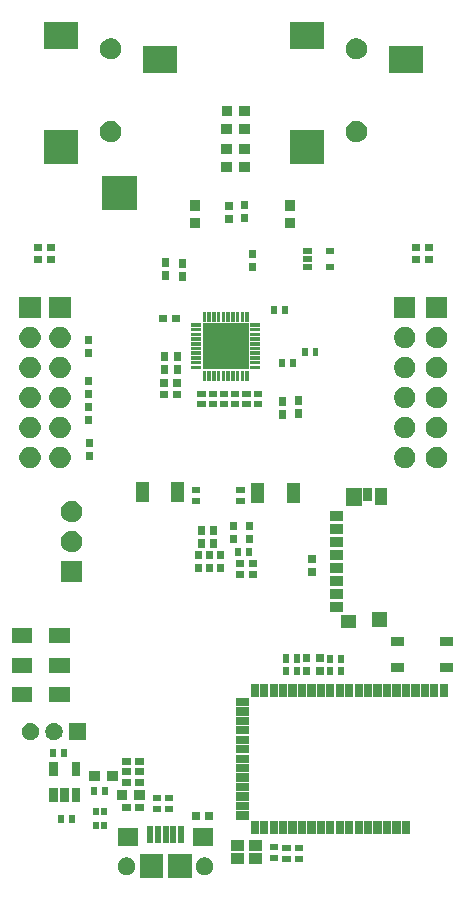
<source format=gbr>
G04 #@! TF.GenerationSoftware,KiCad,Pcbnew,(5.1.5)-3*
G04 #@! TF.CreationDate,2020-08-10T10:15:20+05:30*
G04 #@! TF.ProjectId,D_Tympan_DFMI_1.0,445f5479-6d70-4616-9e5f-44464d495f31,rev?*
G04 #@! TF.SameCoordinates,Original*
G04 #@! TF.FileFunction,Soldermask,Top*
G04 #@! TF.FilePolarity,Negative*
%FSLAX46Y46*%
G04 Gerber Fmt 4.6, Leading zero omitted, Abs format (unit mm)*
G04 Created by KiCad (PCBNEW (5.1.5)-3) date 2020-08-10 10:15:20*
%MOMM*%
%LPD*%
G04 APERTURE LIST*
%ADD10C,0.100000*%
G04 APERTURE END LIST*
D10*
G36*
X130300000Y-120080000D02*
G01*
X128300000Y-120080000D01*
X128300000Y-118080000D01*
X130300000Y-118080000D01*
X130300000Y-120080000D01*
G37*
G36*
X127900000Y-120080000D02*
G01*
X125900000Y-120080000D01*
X125900000Y-118080000D01*
X127900000Y-118080000D01*
X127900000Y-120080000D01*
G37*
G36*
X125018767Y-118358822D02*
G01*
X125155258Y-118415359D01*
X125236967Y-118469955D01*
X125278099Y-118497438D01*
X125382562Y-118601901D01*
X125410045Y-118643033D01*
X125464641Y-118724742D01*
X125521178Y-118861233D01*
X125550000Y-119006131D01*
X125550000Y-119153869D01*
X125521178Y-119298767D01*
X125464641Y-119435258D01*
X125410045Y-119516967D01*
X125382562Y-119558099D01*
X125278099Y-119662562D01*
X125236967Y-119690045D01*
X125155258Y-119744641D01*
X125018767Y-119801178D01*
X124873869Y-119830000D01*
X124726131Y-119830000D01*
X124581233Y-119801178D01*
X124444742Y-119744641D01*
X124363033Y-119690045D01*
X124321901Y-119662562D01*
X124217438Y-119558099D01*
X124189955Y-119516967D01*
X124135359Y-119435258D01*
X124078822Y-119298767D01*
X124050000Y-119153869D01*
X124050000Y-119006131D01*
X124078822Y-118861233D01*
X124135359Y-118724742D01*
X124189955Y-118643033D01*
X124217438Y-118601901D01*
X124321901Y-118497438D01*
X124363033Y-118469955D01*
X124444742Y-118415359D01*
X124581233Y-118358822D01*
X124726131Y-118330000D01*
X124873869Y-118330000D01*
X125018767Y-118358822D01*
G37*
G36*
X131618767Y-118358822D02*
G01*
X131755258Y-118415359D01*
X131836967Y-118469955D01*
X131878099Y-118497438D01*
X131982562Y-118601901D01*
X132010045Y-118643033D01*
X132064641Y-118724742D01*
X132121178Y-118861233D01*
X132150000Y-119006131D01*
X132150000Y-119153869D01*
X132121178Y-119298767D01*
X132064641Y-119435258D01*
X132010045Y-119516967D01*
X131982562Y-119558099D01*
X131878099Y-119662562D01*
X131836967Y-119690045D01*
X131755258Y-119744641D01*
X131618767Y-119801178D01*
X131473869Y-119830000D01*
X131326131Y-119830000D01*
X131181233Y-119801178D01*
X131044742Y-119744641D01*
X130963033Y-119690045D01*
X130921901Y-119662562D01*
X130817438Y-119558099D01*
X130789955Y-119516967D01*
X130735359Y-119435258D01*
X130678822Y-119298767D01*
X130650000Y-119153869D01*
X130650000Y-119006131D01*
X130678822Y-118861233D01*
X130735359Y-118724742D01*
X130789955Y-118643033D01*
X130817438Y-118601901D01*
X130921901Y-118497438D01*
X130963033Y-118469955D01*
X131044742Y-118415359D01*
X131181233Y-118358822D01*
X131326131Y-118330000D01*
X131473869Y-118330000D01*
X131618767Y-118358822D01*
G37*
G36*
X134750000Y-118880000D02*
G01*
X133650000Y-118880000D01*
X133650000Y-117980000D01*
X134750000Y-117980000D01*
X134750000Y-118880000D01*
G37*
G36*
X136250000Y-118880000D02*
G01*
X135150000Y-118880000D01*
X135150000Y-117980000D01*
X136250000Y-117980000D01*
X136250000Y-118880000D01*
G37*
G36*
X139720000Y-118730000D02*
G01*
X139020000Y-118730000D01*
X139020000Y-118230000D01*
X139720000Y-118230000D01*
X139720000Y-118730000D01*
G37*
G36*
X138680000Y-118700000D02*
G01*
X137980000Y-118700000D01*
X137980000Y-118200000D01*
X138680000Y-118200000D01*
X138680000Y-118700000D01*
G37*
G36*
X137620000Y-118640000D02*
G01*
X136920000Y-118640000D01*
X136920000Y-118140000D01*
X137620000Y-118140000D01*
X137620000Y-118640000D01*
G37*
G36*
X139720000Y-117830000D02*
G01*
X139020000Y-117830000D01*
X139020000Y-117330000D01*
X139720000Y-117330000D01*
X139720000Y-117830000D01*
G37*
G36*
X138680000Y-117800000D02*
G01*
X137980000Y-117800000D01*
X137980000Y-117300000D01*
X138680000Y-117300000D01*
X138680000Y-117800000D01*
G37*
G36*
X134750000Y-117780000D02*
G01*
X133650000Y-117780000D01*
X133650000Y-116880000D01*
X134750000Y-116880000D01*
X134750000Y-117780000D01*
G37*
G36*
X136250000Y-117780000D02*
G01*
X135150000Y-117780000D01*
X135150000Y-116880000D01*
X136250000Y-116880000D01*
X136250000Y-117780000D01*
G37*
G36*
X137620000Y-117740000D02*
G01*
X136920000Y-117740000D01*
X136920000Y-117240000D01*
X137620000Y-117240000D01*
X137620000Y-117740000D01*
G37*
G36*
X132150000Y-117380000D02*
G01*
X130450000Y-117380000D01*
X130450000Y-115880000D01*
X132150000Y-115880000D01*
X132150000Y-117380000D01*
G37*
G36*
X125750000Y-117380000D02*
G01*
X124050000Y-117380000D01*
X124050000Y-115880000D01*
X125750000Y-115880000D01*
X125750000Y-117380000D01*
G37*
G36*
X129000000Y-117130000D02*
G01*
X128500000Y-117130000D01*
X128500000Y-115680000D01*
X129000000Y-115680000D01*
X129000000Y-117130000D01*
G37*
G36*
X127700000Y-117130000D02*
G01*
X127200000Y-117130000D01*
X127200000Y-115680000D01*
X127700000Y-115680000D01*
X127700000Y-117130000D01*
G37*
G36*
X128350000Y-117130000D02*
G01*
X127850000Y-117130000D01*
X127850000Y-115680000D01*
X128350000Y-115680000D01*
X128350000Y-117130000D01*
G37*
G36*
X129650000Y-117130000D02*
G01*
X129150000Y-117130000D01*
X129150000Y-115680000D01*
X129650000Y-115680000D01*
X129650000Y-117130000D01*
G37*
G36*
X127050000Y-117130000D02*
G01*
X126550000Y-117130000D01*
X126550000Y-115680000D01*
X127050000Y-115680000D01*
X127050000Y-117130000D01*
G37*
G36*
X146400000Y-116330000D02*
G01*
X145700000Y-116330000D01*
X145700000Y-115230000D01*
X146400000Y-115230000D01*
X146400000Y-116330000D01*
G37*
G36*
X136000000Y-116330000D02*
G01*
X135300000Y-116330000D01*
X135300000Y-115230000D01*
X136000000Y-115230000D01*
X136000000Y-116330000D01*
G37*
G36*
X136800000Y-116330000D02*
G01*
X136100000Y-116330000D01*
X136100000Y-115230000D01*
X136800000Y-115230000D01*
X136800000Y-116330000D01*
G37*
G36*
X137600000Y-116330000D02*
G01*
X136900000Y-116330000D01*
X136900000Y-115230000D01*
X137600000Y-115230000D01*
X137600000Y-116330000D01*
G37*
G36*
X139200000Y-116330000D02*
G01*
X138500000Y-116330000D01*
X138500000Y-115230000D01*
X139200000Y-115230000D01*
X139200000Y-116330000D01*
G37*
G36*
X140000000Y-116330000D02*
G01*
X139300000Y-116330000D01*
X139300000Y-115230000D01*
X140000000Y-115230000D01*
X140000000Y-116330000D01*
G37*
G36*
X141600000Y-116330000D02*
G01*
X140900000Y-116330000D01*
X140900000Y-115230000D01*
X141600000Y-115230000D01*
X141600000Y-116330000D01*
G37*
G36*
X140800000Y-116330000D02*
G01*
X140100000Y-116330000D01*
X140100000Y-115230000D01*
X140800000Y-115230000D01*
X140800000Y-116330000D01*
G37*
G36*
X142400000Y-116330000D02*
G01*
X141700000Y-116330000D01*
X141700000Y-115230000D01*
X142400000Y-115230000D01*
X142400000Y-116330000D01*
G37*
G36*
X143200000Y-116330000D02*
G01*
X142500000Y-116330000D01*
X142500000Y-115230000D01*
X143200000Y-115230000D01*
X143200000Y-116330000D01*
G37*
G36*
X144000000Y-116330000D02*
G01*
X143300000Y-116330000D01*
X143300000Y-115230000D01*
X144000000Y-115230000D01*
X144000000Y-116330000D01*
G37*
G36*
X138400000Y-116330000D02*
G01*
X137700000Y-116330000D01*
X137700000Y-115230000D01*
X138400000Y-115230000D01*
X138400000Y-116330000D01*
G37*
G36*
X144800000Y-116330000D02*
G01*
X144100000Y-116330000D01*
X144100000Y-115230000D01*
X144800000Y-115230000D01*
X144800000Y-116330000D01*
G37*
G36*
X145600000Y-116330000D02*
G01*
X144900000Y-116330000D01*
X144900000Y-115230000D01*
X145600000Y-115230000D01*
X145600000Y-116330000D01*
G37*
G36*
X147200000Y-116330000D02*
G01*
X146500000Y-116330000D01*
X146500000Y-115230000D01*
X147200000Y-115230000D01*
X147200000Y-116330000D01*
G37*
G36*
X148000000Y-116330000D02*
G01*
X147300000Y-116330000D01*
X147300000Y-115230000D01*
X148000000Y-115230000D01*
X148000000Y-116330000D01*
G37*
G36*
X148800000Y-116330000D02*
G01*
X148100000Y-116330000D01*
X148100000Y-115230000D01*
X148800000Y-115230000D01*
X148800000Y-116330000D01*
G37*
G36*
X123128420Y-115949480D02*
G01*
X122628420Y-115949480D01*
X122628420Y-115349480D01*
X123128420Y-115349480D01*
X123128420Y-115949480D01*
G37*
G36*
X122428420Y-115949480D02*
G01*
X121928420Y-115949480D01*
X121928420Y-115349480D01*
X122428420Y-115349480D01*
X122428420Y-115949480D01*
G37*
G36*
X120434420Y-115412180D02*
G01*
X119934420Y-115412180D01*
X119934420Y-114712180D01*
X120434420Y-114712180D01*
X120434420Y-115412180D01*
G37*
G36*
X119534420Y-115412180D02*
G01*
X119034420Y-115412180D01*
X119034420Y-114712180D01*
X119534420Y-114712180D01*
X119534420Y-115412180D01*
G37*
G36*
X135200000Y-115130000D02*
G01*
X134100000Y-115130000D01*
X134100000Y-114430000D01*
X135200000Y-114430000D01*
X135200000Y-115130000D01*
G37*
G36*
X131000000Y-115130000D02*
G01*
X130300000Y-115130000D01*
X130300000Y-114530000D01*
X131000000Y-114530000D01*
X131000000Y-115130000D01*
G37*
G36*
X132100000Y-115130000D02*
G01*
X131400000Y-115130000D01*
X131400000Y-114530000D01*
X132100000Y-114530000D01*
X132100000Y-115130000D01*
G37*
G36*
X123128420Y-114749480D02*
G01*
X122628420Y-114749480D01*
X122628420Y-114149480D01*
X123128420Y-114149480D01*
X123128420Y-114749480D01*
G37*
G36*
X122428420Y-114749480D02*
G01*
X121928420Y-114749480D01*
X121928420Y-114149480D01*
X122428420Y-114149480D01*
X122428420Y-114749480D01*
G37*
G36*
X127750000Y-114480000D02*
G01*
X127050000Y-114480000D01*
X127050000Y-113980000D01*
X127750000Y-113980000D01*
X127750000Y-114480000D01*
G37*
G36*
X128750000Y-114480000D02*
G01*
X128050000Y-114480000D01*
X128050000Y-113980000D01*
X128750000Y-113980000D01*
X128750000Y-114480000D01*
G37*
G36*
X125150000Y-114380000D02*
G01*
X124450000Y-114380000D01*
X124450000Y-113780000D01*
X125150000Y-113780000D01*
X125150000Y-114380000D01*
G37*
G36*
X126250000Y-114380000D02*
G01*
X125550000Y-114380000D01*
X125550000Y-113780000D01*
X126250000Y-113780000D01*
X126250000Y-114380000D01*
G37*
G36*
X135200000Y-114330000D02*
G01*
X134100000Y-114330000D01*
X134100000Y-113630000D01*
X135200000Y-113630000D01*
X135200000Y-114330000D01*
G37*
G36*
X118987500Y-113647500D02*
G01*
X118237500Y-113647500D01*
X118237500Y-112487500D01*
X118987500Y-112487500D01*
X118987500Y-113647500D01*
G37*
G36*
X119937500Y-113647500D02*
G01*
X119187500Y-113647500D01*
X119187500Y-112487500D01*
X119937500Y-112487500D01*
X119937500Y-113647500D01*
G37*
G36*
X120887500Y-113647500D02*
G01*
X120137500Y-113647500D01*
X120137500Y-112487500D01*
X120887500Y-112487500D01*
X120887500Y-113647500D01*
G37*
G36*
X128750000Y-113580000D02*
G01*
X128050000Y-113580000D01*
X128050000Y-113080000D01*
X128750000Y-113080000D01*
X128750000Y-113580000D01*
G37*
G36*
X127750000Y-113580000D02*
G01*
X127050000Y-113580000D01*
X127050000Y-113080000D01*
X127750000Y-113080000D01*
X127750000Y-113580000D01*
G37*
G36*
X135200000Y-113530000D02*
G01*
X134100000Y-113530000D01*
X134100000Y-112830000D01*
X135200000Y-112830000D01*
X135200000Y-113530000D01*
G37*
G36*
X126350000Y-113455000D02*
G01*
X125450000Y-113455000D01*
X125450000Y-112605000D01*
X126350000Y-112605000D01*
X126350000Y-113455000D01*
G37*
G36*
X124850000Y-113455000D02*
G01*
X123950000Y-113455000D01*
X123950000Y-112605000D01*
X124850000Y-112605000D01*
X124850000Y-113455000D01*
G37*
G36*
X123187780Y-113044900D02*
G01*
X122687780Y-113044900D01*
X122687780Y-112344900D01*
X123187780Y-112344900D01*
X123187780Y-113044900D01*
G37*
G36*
X122287780Y-113044900D02*
G01*
X121787780Y-113044900D01*
X121787780Y-112344900D01*
X122287780Y-112344900D01*
X122287780Y-113044900D01*
G37*
G36*
X135200000Y-112730000D02*
G01*
X134100000Y-112730000D01*
X134100000Y-112030000D01*
X135200000Y-112030000D01*
X135200000Y-112730000D01*
G37*
G36*
X126250000Y-112280000D02*
G01*
X125550000Y-112280000D01*
X125550000Y-111680000D01*
X126250000Y-111680000D01*
X126250000Y-112280000D01*
G37*
G36*
X125150000Y-112280000D02*
G01*
X124450000Y-112280000D01*
X124450000Y-111680000D01*
X125150000Y-111680000D01*
X125150000Y-112280000D01*
G37*
G36*
X135200000Y-111930000D02*
G01*
X134100000Y-111930000D01*
X134100000Y-111230000D01*
X135200000Y-111230000D01*
X135200000Y-111930000D01*
G37*
G36*
X122550000Y-111905000D02*
G01*
X121650000Y-111905000D01*
X121650000Y-111055000D01*
X122550000Y-111055000D01*
X122550000Y-111905000D01*
G37*
G36*
X124050000Y-111905000D02*
G01*
X123150000Y-111905000D01*
X123150000Y-111055000D01*
X124050000Y-111055000D01*
X124050000Y-111905000D01*
G37*
G36*
X118987500Y-111447500D02*
G01*
X118237500Y-111447500D01*
X118237500Y-110287500D01*
X118987500Y-110287500D01*
X118987500Y-111447500D01*
G37*
G36*
X120887500Y-111447500D02*
G01*
X120137500Y-111447500D01*
X120137500Y-110287500D01*
X120887500Y-110287500D01*
X120887500Y-111447500D01*
G37*
G36*
X125150000Y-111380000D02*
G01*
X124450000Y-111380000D01*
X124450000Y-110780000D01*
X125150000Y-110780000D01*
X125150000Y-111380000D01*
G37*
G36*
X126250000Y-111380000D02*
G01*
X125550000Y-111380000D01*
X125550000Y-110780000D01*
X126250000Y-110780000D01*
X126250000Y-111380000D01*
G37*
G36*
X135200000Y-111130000D02*
G01*
X134100000Y-111130000D01*
X134100000Y-110430000D01*
X135200000Y-110430000D01*
X135200000Y-111130000D01*
G37*
G36*
X125150000Y-110480000D02*
G01*
X124450000Y-110480000D01*
X124450000Y-109880000D01*
X125150000Y-109880000D01*
X125150000Y-110480000D01*
G37*
G36*
X126250000Y-110480000D02*
G01*
X125550000Y-110480000D01*
X125550000Y-109880000D01*
X126250000Y-109880000D01*
X126250000Y-110480000D01*
G37*
G36*
X135200000Y-110330000D02*
G01*
X134100000Y-110330000D01*
X134100000Y-109630000D01*
X135200000Y-109630000D01*
X135200000Y-110330000D01*
G37*
G36*
X119750000Y-109855000D02*
G01*
X119250000Y-109855000D01*
X119250000Y-109155000D01*
X119750000Y-109155000D01*
X119750000Y-109855000D01*
G37*
G36*
X118850000Y-109855000D02*
G01*
X118350000Y-109855000D01*
X118350000Y-109155000D01*
X118850000Y-109155000D01*
X118850000Y-109855000D01*
G37*
G36*
X135200000Y-109530000D02*
G01*
X134100000Y-109530000D01*
X134100000Y-108830000D01*
X135200000Y-108830000D01*
X135200000Y-109530000D01*
G37*
G36*
X135200000Y-108730000D02*
G01*
X134100000Y-108730000D01*
X134100000Y-108030000D01*
X135200000Y-108030000D01*
X135200000Y-108730000D01*
G37*
G36*
X121375000Y-108405000D02*
G01*
X119925000Y-108405000D01*
X119925000Y-106955000D01*
X121375000Y-106955000D01*
X121375000Y-108405000D01*
G37*
G36*
X118861475Y-106982861D02*
G01*
X118993416Y-107037513D01*
X119112161Y-107116856D01*
X119213144Y-107217839D01*
X119292487Y-107336584D01*
X119347139Y-107468525D01*
X119375000Y-107608594D01*
X119375000Y-107751406D01*
X119347139Y-107891475D01*
X119292487Y-108023416D01*
X119213144Y-108142161D01*
X119112161Y-108243144D01*
X118993416Y-108322487D01*
X118861475Y-108377139D01*
X118721406Y-108405000D01*
X118578594Y-108405000D01*
X118438525Y-108377139D01*
X118306584Y-108322487D01*
X118187839Y-108243144D01*
X118086856Y-108142161D01*
X118007513Y-108023416D01*
X117952861Y-107891475D01*
X117925000Y-107751406D01*
X117925000Y-107608594D01*
X117952861Y-107468525D01*
X118007513Y-107336584D01*
X118086856Y-107217839D01*
X118187839Y-107116856D01*
X118306584Y-107037513D01*
X118438525Y-106982861D01*
X118578594Y-106955000D01*
X118721406Y-106955000D01*
X118861475Y-106982861D01*
G37*
G36*
X116861475Y-106982861D02*
G01*
X116993416Y-107037513D01*
X117112161Y-107116856D01*
X117213144Y-107217839D01*
X117292487Y-107336584D01*
X117347139Y-107468525D01*
X117375000Y-107608594D01*
X117375000Y-107751406D01*
X117347139Y-107891475D01*
X117292487Y-108023416D01*
X117213144Y-108142161D01*
X117112161Y-108243144D01*
X116993416Y-108322487D01*
X116861475Y-108377139D01*
X116721406Y-108405000D01*
X116578594Y-108405000D01*
X116438525Y-108377139D01*
X116306584Y-108322487D01*
X116187839Y-108243144D01*
X116086856Y-108142161D01*
X116007513Y-108023416D01*
X115952861Y-107891475D01*
X115925000Y-107751406D01*
X115925000Y-107608594D01*
X115952861Y-107468525D01*
X116007513Y-107336584D01*
X116086856Y-107217839D01*
X116187839Y-107116856D01*
X116306584Y-107037513D01*
X116438525Y-106982861D01*
X116578594Y-106955000D01*
X116721406Y-106955000D01*
X116861475Y-106982861D01*
G37*
G36*
X135200000Y-107930000D02*
G01*
X134100000Y-107930000D01*
X134100000Y-107230000D01*
X135200000Y-107230000D01*
X135200000Y-107930000D01*
G37*
G36*
X135200000Y-107130000D02*
G01*
X134100000Y-107130000D01*
X134100000Y-106430000D01*
X135200000Y-106430000D01*
X135200000Y-107130000D01*
G37*
G36*
X135200000Y-106330000D02*
G01*
X134100000Y-106330000D01*
X134100000Y-105630000D01*
X135200000Y-105630000D01*
X135200000Y-106330000D01*
G37*
G36*
X135200000Y-105530000D02*
G01*
X134100000Y-105530000D01*
X134100000Y-104830000D01*
X135200000Y-104830000D01*
X135200000Y-105530000D01*
G37*
G36*
X116770000Y-105220000D02*
G01*
X115070000Y-105220000D01*
X115070000Y-103920000D01*
X116770000Y-103920000D01*
X116770000Y-105220000D01*
G37*
G36*
X119970000Y-105220000D02*
G01*
X118270000Y-105220000D01*
X118270000Y-103920000D01*
X119970000Y-103920000D01*
X119970000Y-105220000D01*
G37*
G36*
X148800000Y-104730000D02*
G01*
X148100000Y-104730000D01*
X148100000Y-103630000D01*
X148800000Y-103630000D01*
X148800000Y-104730000D01*
G37*
G36*
X152000000Y-104730000D02*
G01*
X151300000Y-104730000D01*
X151300000Y-103630000D01*
X152000000Y-103630000D01*
X152000000Y-104730000D01*
G37*
G36*
X151200000Y-104730000D02*
G01*
X150500000Y-104730000D01*
X150500000Y-103630000D01*
X151200000Y-103630000D01*
X151200000Y-104730000D01*
G37*
G36*
X150400000Y-104730000D02*
G01*
X149700000Y-104730000D01*
X149700000Y-103630000D01*
X150400000Y-103630000D01*
X150400000Y-104730000D01*
G37*
G36*
X149600000Y-104730000D02*
G01*
X148900000Y-104730000D01*
X148900000Y-103630000D01*
X149600000Y-103630000D01*
X149600000Y-104730000D01*
G37*
G36*
X148000000Y-104730000D02*
G01*
X147300000Y-104730000D01*
X147300000Y-103630000D01*
X148000000Y-103630000D01*
X148000000Y-104730000D01*
G37*
G36*
X147200000Y-104730000D02*
G01*
X146500000Y-104730000D01*
X146500000Y-103630000D01*
X147200000Y-103630000D01*
X147200000Y-104730000D01*
G37*
G36*
X146400000Y-104730000D02*
G01*
X145700000Y-104730000D01*
X145700000Y-103630000D01*
X146400000Y-103630000D01*
X146400000Y-104730000D01*
G37*
G36*
X145600000Y-104730000D02*
G01*
X144900000Y-104730000D01*
X144900000Y-103630000D01*
X145600000Y-103630000D01*
X145600000Y-104730000D01*
G37*
G36*
X144800000Y-104730000D02*
G01*
X144100000Y-104730000D01*
X144100000Y-103630000D01*
X144800000Y-103630000D01*
X144800000Y-104730000D01*
G37*
G36*
X143200000Y-104730000D02*
G01*
X142500000Y-104730000D01*
X142500000Y-103630000D01*
X143200000Y-103630000D01*
X143200000Y-104730000D01*
G37*
G36*
X142400000Y-104730000D02*
G01*
X141700000Y-104730000D01*
X141700000Y-103630000D01*
X142400000Y-103630000D01*
X142400000Y-104730000D01*
G37*
G36*
X141600000Y-104730000D02*
G01*
X140900000Y-104730000D01*
X140900000Y-103630000D01*
X141600000Y-103630000D01*
X141600000Y-104730000D01*
G37*
G36*
X140800000Y-104730000D02*
G01*
X140100000Y-104730000D01*
X140100000Y-103630000D01*
X140800000Y-103630000D01*
X140800000Y-104730000D01*
G37*
G36*
X140000000Y-104730000D02*
G01*
X139300000Y-104730000D01*
X139300000Y-103630000D01*
X140000000Y-103630000D01*
X140000000Y-104730000D01*
G37*
G36*
X139200000Y-104730000D02*
G01*
X138500000Y-104730000D01*
X138500000Y-103630000D01*
X139200000Y-103630000D01*
X139200000Y-104730000D01*
G37*
G36*
X138400000Y-104730000D02*
G01*
X137700000Y-104730000D01*
X137700000Y-103630000D01*
X138400000Y-103630000D01*
X138400000Y-104730000D01*
G37*
G36*
X137600000Y-104730000D02*
G01*
X136900000Y-104730000D01*
X136900000Y-103630000D01*
X137600000Y-103630000D01*
X137600000Y-104730000D01*
G37*
G36*
X136800000Y-104730000D02*
G01*
X136100000Y-104730000D01*
X136100000Y-103630000D01*
X136800000Y-103630000D01*
X136800000Y-104730000D01*
G37*
G36*
X136000000Y-104730000D02*
G01*
X135300000Y-104730000D01*
X135300000Y-103630000D01*
X136000000Y-103630000D01*
X136000000Y-104730000D01*
G37*
G36*
X144000000Y-104730000D02*
G01*
X143300000Y-104730000D01*
X143300000Y-103630000D01*
X144000000Y-103630000D01*
X144000000Y-104730000D01*
G37*
G36*
X143175000Y-102905000D02*
G01*
X142675000Y-102905000D01*
X142675000Y-102205000D01*
X143175000Y-102205000D01*
X143175000Y-102905000D01*
G37*
G36*
X141475000Y-102905000D02*
G01*
X140875000Y-102905000D01*
X140875000Y-102205000D01*
X141475000Y-102205000D01*
X141475000Y-102905000D01*
G37*
G36*
X142275000Y-102905000D02*
G01*
X141775000Y-102905000D01*
X141775000Y-102205000D01*
X142275000Y-102205000D01*
X142275000Y-102905000D01*
G37*
G36*
X139450000Y-102880000D02*
G01*
X138950000Y-102880000D01*
X138950000Y-102180000D01*
X139450000Y-102180000D01*
X139450000Y-102880000D01*
G37*
G36*
X138550000Y-102880000D02*
G01*
X138050000Y-102880000D01*
X138050000Y-102180000D01*
X138550000Y-102180000D01*
X138550000Y-102880000D01*
G37*
G36*
X140350000Y-102880000D02*
G01*
X139750000Y-102880000D01*
X139750000Y-102180000D01*
X140350000Y-102180000D01*
X140350000Y-102880000D01*
G37*
G36*
X119970000Y-102720000D02*
G01*
X118270000Y-102720000D01*
X118270000Y-101420000D01*
X119970000Y-101420000D01*
X119970000Y-102720000D01*
G37*
G36*
X116770000Y-102720000D02*
G01*
X115070000Y-102720000D01*
X115070000Y-101420000D01*
X116770000Y-101420000D01*
X116770000Y-102720000D01*
G37*
G36*
X152475000Y-102605000D02*
G01*
X151325000Y-102605000D01*
X151325000Y-101855000D01*
X152475000Y-101855000D01*
X152475000Y-102605000D01*
G37*
G36*
X148325000Y-102605000D02*
G01*
X147175000Y-102605000D01*
X147175000Y-101855000D01*
X148325000Y-101855000D01*
X148325000Y-102605000D01*
G37*
G36*
X143175000Y-101905000D02*
G01*
X142675000Y-101905000D01*
X142675000Y-101205000D01*
X143175000Y-101205000D01*
X143175000Y-101905000D01*
G37*
G36*
X142275000Y-101905000D02*
G01*
X141775000Y-101905000D01*
X141775000Y-101205000D01*
X142275000Y-101205000D01*
X142275000Y-101905000D01*
G37*
G36*
X139450000Y-101855000D02*
G01*
X138950000Y-101855000D01*
X138950000Y-101155000D01*
X139450000Y-101155000D01*
X139450000Y-101855000D01*
G37*
G36*
X138550000Y-101855000D02*
G01*
X138050000Y-101855000D01*
X138050000Y-101155000D01*
X138550000Y-101155000D01*
X138550000Y-101855000D01*
G37*
G36*
X141475000Y-101805000D02*
G01*
X140875000Y-101805000D01*
X140875000Y-101105000D01*
X141475000Y-101105000D01*
X141475000Y-101805000D01*
G37*
G36*
X140350000Y-101780000D02*
G01*
X139750000Y-101780000D01*
X139750000Y-101080000D01*
X140350000Y-101080000D01*
X140350000Y-101780000D01*
G37*
G36*
X148325000Y-100455000D02*
G01*
X147175000Y-100455000D01*
X147175000Y-99705000D01*
X148325000Y-99705000D01*
X148325000Y-100455000D01*
G37*
G36*
X152475000Y-100455000D02*
G01*
X151325000Y-100455000D01*
X151325000Y-99705000D01*
X152475000Y-99705000D01*
X152475000Y-100455000D01*
G37*
G36*
X116770000Y-100220000D02*
G01*
X115070000Y-100220000D01*
X115070000Y-98920000D01*
X116770000Y-98920000D01*
X116770000Y-100220000D01*
G37*
G36*
X119970000Y-100220000D02*
G01*
X118270000Y-100220000D01*
X118270000Y-98920000D01*
X119970000Y-98920000D01*
X119970000Y-100220000D01*
G37*
G36*
X144260000Y-98955000D02*
G01*
X142960000Y-98955000D01*
X142960000Y-97855000D01*
X144260000Y-97855000D01*
X144260000Y-98955000D01*
G37*
G36*
X146850000Y-98830000D02*
G01*
X145550000Y-98830000D01*
X145550000Y-97580000D01*
X146850000Y-97580000D01*
X146850000Y-98830000D01*
G37*
G36*
X143110000Y-97530000D02*
G01*
X142010000Y-97530000D01*
X142010000Y-96730000D01*
X143110000Y-96730000D01*
X143110000Y-97530000D01*
G37*
G36*
X143110000Y-96430000D02*
G01*
X142010000Y-96430000D01*
X142010000Y-95630000D01*
X143110000Y-95630000D01*
X143110000Y-96430000D01*
G37*
G36*
X143110000Y-95330000D02*
G01*
X142010000Y-95330000D01*
X142010000Y-94530000D01*
X143110000Y-94530000D01*
X143110000Y-95330000D01*
G37*
G36*
X121050000Y-95030000D02*
G01*
X119250000Y-95030000D01*
X119250000Y-93230000D01*
X121050000Y-93230000D01*
X121050000Y-95030000D01*
G37*
G36*
X134750000Y-94680000D02*
G01*
X134050000Y-94680000D01*
X134050000Y-94080000D01*
X134750000Y-94080000D01*
X134750000Y-94680000D01*
G37*
G36*
X135850000Y-94680000D02*
G01*
X135150000Y-94680000D01*
X135150000Y-94080000D01*
X135850000Y-94080000D01*
X135850000Y-94680000D01*
G37*
G36*
X140800000Y-94530000D02*
G01*
X140200000Y-94530000D01*
X140200000Y-93830000D01*
X140800000Y-93830000D01*
X140800000Y-94530000D01*
G37*
G36*
X143110000Y-94230000D02*
G01*
X142010000Y-94230000D01*
X142010000Y-93430000D01*
X143110000Y-93430000D01*
X143110000Y-94230000D01*
G37*
G36*
X131200000Y-94180000D02*
G01*
X130600000Y-94180000D01*
X130600000Y-93480000D01*
X131200000Y-93480000D01*
X131200000Y-94180000D01*
G37*
G36*
X132100000Y-94180000D02*
G01*
X131500000Y-94180000D01*
X131500000Y-93480000D01*
X132100000Y-93480000D01*
X132100000Y-94180000D01*
G37*
G36*
X133050000Y-94180000D02*
G01*
X132450000Y-94180000D01*
X132450000Y-93480000D01*
X133050000Y-93480000D01*
X133050000Y-94180000D01*
G37*
G36*
X135850000Y-93730000D02*
G01*
X135150000Y-93730000D01*
X135150000Y-93130000D01*
X135850000Y-93130000D01*
X135850000Y-93730000D01*
G37*
G36*
X134750000Y-93730000D02*
G01*
X134050000Y-93730000D01*
X134050000Y-93130000D01*
X134750000Y-93130000D01*
X134750000Y-93730000D01*
G37*
G36*
X140800000Y-93430000D02*
G01*
X140200000Y-93430000D01*
X140200000Y-92730000D01*
X140800000Y-92730000D01*
X140800000Y-93430000D01*
G37*
G36*
X143110000Y-93130000D02*
G01*
X142010000Y-93130000D01*
X142010000Y-92330000D01*
X143110000Y-92330000D01*
X143110000Y-93130000D01*
G37*
G36*
X133050000Y-93080000D02*
G01*
X132450000Y-93080000D01*
X132450000Y-92380000D01*
X133050000Y-92380000D01*
X133050000Y-93080000D01*
G37*
G36*
X132100000Y-93080000D02*
G01*
X131500000Y-93080000D01*
X131500000Y-92380000D01*
X132100000Y-92380000D01*
X132100000Y-93080000D01*
G37*
G36*
X131200000Y-93080000D02*
G01*
X130600000Y-93080000D01*
X130600000Y-92380000D01*
X131200000Y-92380000D01*
X131200000Y-93080000D01*
G37*
G36*
X135400000Y-92830000D02*
G01*
X134900000Y-92830000D01*
X134900000Y-92130000D01*
X135400000Y-92130000D01*
X135400000Y-92830000D01*
G37*
G36*
X134500000Y-92830000D02*
G01*
X134000000Y-92830000D01*
X134000000Y-92130000D01*
X134500000Y-92130000D01*
X134500000Y-92830000D01*
G37*
G36*
X120412520Y-90724586D02*
G01*
X120576310Y-90792430D01*
X120723717Y-90890924D01*
X120849076Y-91016283D01*
X120947570Y-91163690D01*
X121015414Y-91327480D01*
X121050000Y-91501358D01*
X121050000Y-91678642D01*
X121015414Y-91852520D01*
X120947570Y-92016310D01*
X120849076Y-92163717D01*
X120723717Y-92289076D01*
X120576310Y-92387570D01*
X120412520Y-92455414D01*
X120238642Y-92490000D01*
X120061358Y-92490000D01*
X119887480Y-92455414D01*
X119723690Y-92387570D01*
X119576283Y-92289076D01*
X119450924Y-92163717D01*
X119352430Y-92016310D01*
X119284586Y-91852520D01*
X119250000Y-91678642D01*
X119250000Y-91501358D01*
X119284586Y-91327480D01*
X119352430Y-91163690D01*
X119450924Y-91016283D01*
X119576283Y-90890924D01*
X119723690Y-90792430D01*
X119887480Y-90724586D01*
X120061358Y-90690000D01*
X120238642Y-90690000D01*
X120412520Y-90724586D01*
G37*
G36*
X132425000Y-92105000D02*
G01*
X131825000Y-92105000D01*
X131825000Y-91405000D01*
X132425000Y-91405000D01*
X132425000Y-92105000D01*
G37*
G36*
X131425000Y-92105000D02*
G01*
X130825000Y-92105000D01*
X130825000Y-91405000D01*
X131425000Y-91405000D01*
X131425000Y-92105000D01*
G37*
G36*
X143110000Y-92030000D02*
G01*
X142010000Y-92030000D01*
X142010000Y-91230000D01*
X143110000Y-91230000D01*
X143110000Y-92030000D01*
G37*
G36*
X135500000Y-91730000D02*
G01*
X134900000Y-91730000D01*
X134900000Y-91030000D01*
X135500000Y-91030000D01*
X135500000Y-91730000D01*
G37*
G36*
X134150000Y-91730000D02*
G01*
X133550000Y-91730000D01*
X133550000Y-91030000D01*
X134150000Y-91030000D01*
X134150000Y-91730000D01*
G37*
G36*
X132425000Y-91005000D02*
G01*
X131825000Y-91005000D01*
X131825000Y-90305000D01*
X132425000Y-90305000D01*
X132425000Y-91005000D01*
G37*
G36*
X131425000Y-91005000D02*
G01*
X130825000Y-91005000D01*
X130825000Y-90305000D01*
X131425000Y-90305000D01*
X131425000Y-91005000D01*
G37*
G36*
X143110000Y-90930000D02*
G01*
X142010000Y-90930000D01*
X142010000Y-90130000D01*
X143110000Y-90130000D01*
X143110000Y-90930000D01*
G37*
G36*
X135500000Y-90630000D02*
G01*
X134900000Y-90630000D01*
X134900000Y-89930000D01*
X135500000Y-89930000D01*
X135500000Y-90630000D01*
G37*
G36*
X134150000Y-90630000D02*
G01*
X133550000Y-90630000D01*
X133550000Y-89930000D01*
X134150000Y-89930000D01*
X134150000Y-90630000D01*
G37*
G36*
X120412520Y-88184586D02*
G01*
X120576310Y-88252430D01*
X120723717Y-88350924D01*
X120849076Y-88476283D01*
X120947570Y-88623690D01*
X121015414Y-88787480D01*
X121050000Y-88961358D01*
X121050000Y-89138642D01*
X121015414Y-89312520D01*
X120947570Y-89476310D01*
X120849076Y-89623717D01*
X120723717Y-89749076D01*
X120576310Y-89847570D01*
X120412520Y-89915414D01*
X120238642Y-89950000D01*
X120061358Y-89950000D01*
X119887480Y-89915414D01*
X119723690Y-89847570D01*
X119576283Y-89749076D01*
X119450924Y-89623717D01*
X119352430Y-89476310D01*
X119284586Y-89312520D01*
X119250000Y-89138642D01*
X119250000Y-88961358D01*
X119284586Y-88787480D01*
X119352430Y-88623690D01*
X119450924Y-88476283D01*
X119576283Y-88350924D01*
X119723690Y-88252430D01*
X119887480Y-88184586D01*
X120061358Y-88150000D01*
X120238642Y-88150000D01*
X120412520Y-88184586D01*
G37*
G36*
X143110000Y-89830000D02*
G01*
X142010000Y-89830000D01*
X142010000Y-89030000D01*
X143110000Y-89030000D01*
X143110000Y-89830000D01*
G37*
G36*
X144700000Y-88580000D02*
G01*
X143400000Y-88580000D01*
X143400000Y-87030000D01*
X144700000Y-87030000D01*
X144700000Y-88580000D01*
G37*
G36*
X146850000Y-88530000D02*
G01*
X145850000Y-88530000D01*
X145850000Y-87030000D01*
X146850000Y-87030000D01*
X146850000Y-88530000D01*
G37*
G36*
X134800000Y-88380000D02*
G01*
X134100000Y-88380000D01*
X134100000Y-87880000D01*
X134800000Y-87880000D01*
X134800000Y-88380000D01*
G37*
G36*
X131000000Y-88380000D02*
G01*
X130300000Y-88380000D01*
X130300000Y-87880000D01*
X131000000Y-87880000D01*
X131000000Y-88380000D01*
G37*
G36*
X136450000Y-88330000D02*
G01*
X135350000Y-88330000D01*
X135350000Y-86630000D01*
X136450000Y-86630000D01*
X136450000Y-88330000D01*
G37*
G36*
X139450000Y-88330000D02*
G01*
X138350000Y-88330000D01*
X138350000Y-86630000D01*
X139450000Y-86630000D01*
X139450000Y-88330000D01*
G37*
G36*
X126700000Y-88280000D02*
G01*
X125600000Y-88280000D01*
X125600000Y-86580000D01*
X126700000Y-86580000D01*
X126700000Y-88280000D01*
G37*
G36*
X129700000Y-88280000D02*
G01*
X128600000Y-88280000D01*
X128600000Y-86580000D01*
X129700000Y-86580000D01*
X129700000Y-88280000D01*
G37*
G36*
X145600000Y-88130000D02*
G01*
X144800000Y-88130000D01*
X144800000Y-87030000D01*
X145600000Y-87030000D01*
X145600000Y-88130000D01*
G37*
G36*
X134800000Y-87480000D02*
G01*
X134100000Y-87480000D01*
X134100000Y-86980000D01*
X134800000Y-86980000D01*
X134800000Y-87480000D01*
G37*
G36*
X131000000Y-87480000D02*
G01*
X130300000Y-87480000D01*
X130300000Y-86980000D01*
X131000000Y-86980000D01*
X131000000Y-87480000D01*
G37*
G36*
X119430520Y-83614586D02*
G01*
X119594310Y-83682430D01*
X119741717Y-83780924D01*
X119867076Y-83906283D01*
X119965570Y-84053690D01*
X120033414Y-84217480D01*
X120068000Y-84391358D01*
X120068000Y-84568642D01*
X120033414Y-84742520D01*
X119965570Y-84906310D01*
X119867076Y-85053717D01*
X119741717Y-85179076D01*
X119594310Y-85277570D01*
X119430520Y-85345414D01*
X119256642Y-85380000D01*
X119079358Y-85380000D01*
X118905480Y-85345414D01*
X118741690Y-85277570D01*
X118594283Y-85179076D01*
X118468924Y-85053717D01*
X118370430Y-84906310D01*
X118302586Y-84742520D01*
X118268000Y-84568642D01*
X118268000Y-84391358D01*
X118302586Y-84217480D01*
X118370430Y-84053690D01*
X118468924Y-83906283D01*
X118594283Y-83780924D01*
X118741690Y-83682430D01*
X118905480Y-83614586D01*
X119079358Y-83580000D01*
X119256642Y-83580000D01*
X119430520Y-83614586D01*
G37*
G36*
X116890520Y-83614586D02*
G01*
X117054310Y-83682430D01*
X117201717Y-83780924D01*
X117327076Y-83906283D01*
X117425570Y-84053690D01*
X117493414Y-84217480D01*
X117528000Y-84391358D01*
X117528000Y-84568642D01*
X117493414Y-84742520D01*
X117425570Y-84906310D01*
X117327076Y-85053717D01*
X117201717Y-85179076D01*
X117054310Y-85277570D01*
X116890520Y-85345414D01*
X116716642Y-85380000D01*
X116539358Y-85380000D01*
X116365480Y-85345414D01*
X116201690Y-85277570D01*
X116054283Y-85179076D01*
X115928924Y-85053717D01*
X115830430Y-84906310D01*
X115762586Y-84742520D01*
X115728000Y-84568642D01*
X115728000Y-84391358D01*
X115762586Y-84217480D01*
X115830430Y-84053690D01*
X115928924Y-83906283D01*
X116054283Y-83780924D01*
X116201690Y-83682430D01*
X116365480Y-83614586D01*
X116539358Y-83580000D01*
X116716642Y-83580000D01*
X116890520Y-83614586D01*
G37*
G36*
X151312520Y-83614586D02*
G01*
X151476310Y-83682430D01*
X151623717Y-83780924D01*
X151749076Y-83906283D01*
X151847570Y-84053690D01*
X151915414Y-84217480D01*
X151950000Y-84391358D01*
X151950000Y-84568642D01*
X151915414Y-84742520D01*
X151847570Y-84906310D01*
X151749076Y-85053717D01*
X151623717Y-85179076D01*
X151476310Y-85277570D01*
X151312520Y-85345414D01*
X151138642Y-85380000D01*
X150961358Y-85380000D01*
X150787480Y-85345414D01*
X150623690Y-85277570D01*
X150476283Y-85179076D01*
X150350924Y-85053717D01*
X150252430Y-84906310D01*
X150184586Y-84742520D01*
X150150000Y-84568642D01*
X150150000Y-84391358D01*
X150184586Y-84217480D01*
X150252430Y-84053690D01*
X150350924Y-83906283D01*
X150476283Y-83780924D01*
X150623690Y-83682430D01*
X150787480Y-83614586D01*
X150961358Y-83580000D01*
X151138642Y-83580000D01*
X151312520Y-83614586D01*
G37*
G36*
X148612520Y-83607586D02*
G01*
X148776310Y-83675430D01*
X148923717Y-83773924D01*
X149049076Y-83899283D01*
X149147570Y-84046690D01*
X149215414Y-84210480D01*
X149250000Y-84384358D01*
X149250000Y-84561642D01*
X149215414Y-84735520D01*
X149147570Y-84899310D01*
X149049076Y-85046717D01*
X148923717Y-85172076D01*
X148776310Y-85270570D01*
X148612520Y-85338414D01*
X148438642Y-85373000D01*
X148261358Y-85373000D01*
X148087480Y-85338414D01*
X147923690Y-85270570D01*
X147776283Y-85172076D01*
X147650924Y-85046717D01*
X147552430Y-84899310D01*
X147484586Y-84735520D01*
X147450000Y-84561642D01*
X147450000Y-84384358D01*
X147484586Y-84210480D01*
X147552430Y-84046690D01*
X147650924Y-83899283D01*
X147776283Y-83773924D01*
X147923690Y-83675430D01*
X148087480Y-83607586D01*
X148261358Y-83573000D01*
X148438642Y-83573000D01*
X148612520Y-83607586D01*
G37*
G36*
X121939420Y-84707480D02*
G01*
X121339420Y-84707480D01*
X121339420Y-84007480D01*
X121939420Y-84007480D01*
X121939420Y-84707480D01*
G37*
G36*
X121939420Y-83607480D02*
G01*
X121339420Y-83607480D01*
X121339420Y-82907480D01*
X121939420Y-82907480D01*
X121939420Y-83607480D01*
G37*
G36*
X116890520Y-81074586D02*
G01*
X117054310Y-81142430D01*
X117201717Y-81240924D01*
X117327076Y-81366283D01*
X117425570Y-81513690D01*
X117493414Y-81677480D01*
X117528000Y-81851358D01*
X117528000Y-82028642D01*
X117493414Y-82202520D01*
X117425570Y-82366310D01*
X117327076Y-82513717D01*
X117201717Y-82639076D01*
X117054310Y-82737570D01*
X116890520Y-82805414D01*
X116716642Y-82840000D01*
X116539358Y-82840000D01*
X116365480Y-82805414D01*
X116201690Y-82737570D01*
X116054283Y-82639076D01*
X115928924Y-82513717D01*
X115830430Y-82366310D01*
X115762586Y-82202520D01*
X115728000Y-82028642D01*
X115728000Y-81851358D01*
X115762586Y-81677480D01*
X115830430Y-81513690D01*
X115928924Y-81366283D01*
X116054283Y-81240924D01*
X116201690Y-81142430D01*
X116365480Y-81074586D01*
X116539358Y-81040000D01*
X116716642Y-81040000D01*
X116890520Y-81074586D01*
G37*
G36*
X119430520Y-81074586D02*
G01*
X119594310Y-81142430D01*
X119741717Y-81240924D01*
X119867076Y-81366283D01*
X119965570Y-81513690D01*
X120033414Y-81677480D01*
X120068000Y-81851358D01*
X120068000Y-82028642D01*
X120033414Y-82202520D01*
X119965570Y-82366310D01*
X119867076Y-82513717D01*
X119741717Y-82639076D01*
X119594310Y-82737570D01*
X119430520Y-82805414D01*
X119256642Y-82840000D01*
X119079358Y-82840000D01*
X118905480Y-82805414D01*
X118741690Y-82737570D01*
X118594283Y-82639076D01*
X118468924Y-82513717D01*
X118370430Y-82366310D01*
X118302586Y-82202520D01*
X118268000Y-82028642D01*
X118268000Y-81851358D01*
X118302586Y-81677480D01*
X118370430Y-81513690D01*
X118468924Y-81366283D01*
X118594283Y-81240924D01*
X118741690Y-81142430D01*
X118905480Y-81074586D01*
X119079358Y-81040000D01*
X119256642Y-81040000D01*
X119430520Y-81074586D01*
G37*
G36*
X151312520Y-81074586D02*
G01*
X151476310Y-81142430D01*
X151623717Y-81240924D01*
X151749076Y-81366283D01*
X151847570Y-81513690D01*
X151915414Y-81677480D01*
X151950000Y-81851358D01*
X151950000Y-82028642D01*
X151915414Y-82202520D01*
X151847570Y-82366310D01*
X151749076Y-82513717D01*
X151623717Y-82639076D01*
X151476310Y-82737570D01*
X151312520Y-82805414D01*
X151138642Y-82840000D01*
X150961358Y-82840000D01*
X150787480Y-82805414D01*
X150623690Y-82737570D01*
X150476283Y-82639076D01*
X150350924Y-82513717D01*
X150252430Y-82366310D01*
X150184586Y-82202520D01*
X150150000Y-82028642D01*
X150150000Y-81851358D01*
X150184586Y-81677480D01*
X150252430Y-81513690D01*
X150350924Y-81366283D01*
X150476283Y-81240924D01*
X150623690Y-81142430D01*
X150787480Y-81074586D01*
X150961358Y-81040000D01*
X151138642Y-81040000D01*
X151312520Y-81074586D01*
G37*
G36*
X148612520Y-81067586D02*
G01*
X148776310Y-81135430D01*
X148923717Y-81233924D01*
X149049076Y-81359283D01*
X149147570Y-81506690D01*
X149215414Y-81670480D01*
X149250000Y-81844358D01*
X149250000Y-82021642D01*
X149215414Y-82195520D01*
X149147570Y-82359310D01*
X149049076Y-82506717D01*
X148923717Y-82632076D01*
X148776310Y-82730570D01*
X148612520Y-82798414D01*
X148438642Y-82833000D01*
X148261358Y-82833000D01*
X148087480Y-82798414D01*
X147923690Y-82730570D01*
X147776283Y-82632076D01*
X147650924Y-82506717D01*
X147552430Y-82359310D01*
X147484586Y-82195520D01*
X147450000Y-82021642D01*
X147450000Y-81844358D01*
X147484586Y-81670480D01*
X147552430Y-81506690D01*
X147650924Y-81359283D01*
X147776283Y-81233924D01*
X147923690Y-81135430D01*
X148087480Y-81067586D01*
X148261358Y-81033000D01*
X148438642Y-81033000D01*
X148612520Y-81067586D01*
G37*
G36*
X121863220Y-81659480D02*
G01*
X121263220Y-81659480D01*
X121263220Y-80959480D01*
X121863220Y-80959480D01*
X121863220Y-81659480D01*
G37*
G36*
X138310000Y-81190000D02*
G01*
X137710000Y-81190000D01*
X137710000Y-80490000D01*
X138310000Y-80490000D01*
X138310000Y-81190000D01*
G37*
G36*
X139630000Y-81110000D02*
G01*
X139030000Y-81110000D01*
X139030000Y-80410000D01*
X139630000Y-80410000D01*
X139630000Y-81110000D01*
G37*
G36*
X121863220Y-80559480D02*
G01*
X121263220Y-80559480D01*
X121263220Y-79859480D01*
X121863220Y-79859480D01*
X121863220Y-80559480D01*
G37*
G36*
X119430520Y-78534586D02*
G01*
X119594310Y-78602430D01*
X119741717Y-78700924D01*
X119867076Y-78826283D01*
X119965570Y-78973690D01*
X120033414Y-79137480D01*
X120068000Y-79311358D01*
X120068000Y-79488642D01*
X120033414Y-79662520D01*
X119965570Y-79826310D01*
X119867076Y-79973717D01*
X119741717Y-80099076D01*
X119594310Y-80197570D01*
X119430520Y-80265414D01*
X119256642Y-80300000D01*
X119079358Y-80300000D01*
X118905480Y-80265414D01*
X118741690Y-80197570D01*
X118594283Y-80099076D01*
X118468924Y-79973717D01*
X118370430Y-79826310D01*
X118302586Y-79662520D01*
X118268000Y-79488642D01*
X118268000Y-79311358D01*
X118302586Y-79137480D01*
X118370430Y-78973690D01*
X118468924Y-78826283D01*
X118594283Y-78700924D01*
X118741690Y-78602430D01*
X118905480Y-78534586D01*
X119079358Y-78500000D01*
X119256642Y-78500000D01*
X119430520Y-78534586D01*
G37*
G36*
X116890520Y-78534586D02*
G01*
X117054310Y-78602430D01*
X117201717Y-78700924D01*
X117327076Y-78826283D01*
X117425570Y-78973690D01*
X117493414Y-79137480D01*
X117528000Y-79311358D01*
X117528000Y-79488642D01*
X117493414Y-79662520D01*
X117425570Y-79826310D01*
X117327076Y-79973717D01*
X117201717Y-80099076D01*
X117054310Y-80197570D01*
X116890520Y-80265414D01*
X116716642Y-80300000D01*
X116539358Y-80300000D01*
X116365480Y-80265414D01*
X116201690Y-80197570D01*
X116054283Y-80099076D01*
X115928924Y-79973717D01*
X115830430Y-79826310D01*
X115762586Y-79662520D01*
X115728000Y-79488642D01*
X115728000Y-79311358D01*
X115762586Y-79137480D01*
X115830430Y-78973690D01*
X115928924Y-78826283D01*
X116054283Y-78700924D01*
X116201690Y-78602430D01*
X116365480Y-78534586D01*
X116539358Y-78500000D01*
X116716642Y-78500000D01*
X116890520Y-78534586D01*
G37*
G36*
X151312520Y-78534586D02*
G01*
X151476310Y-78602430D01*
X151623717Y-78700924D01*
X151749076Y-78826283D01*
X151847570Y-78973690D01*
X151915414Y-79137480D01*
X151950000Y-79311358D01*
X151950000Y-79488642D01*
X151915414Y-79662520D01*
X151847570Y-79826310D01*
X151749076Y-79973717D01*
X151623717Y-80099076D01*
X151476310Y-80197570D01*
X151312520Y-80265414D01*
X151138642Y-80300000D01*
X150961358Y-80300000D01*
X150787480Y-80265414D01*
X150623690Y-80197570D01*
X150476283Y-80099076D01*
X150350924Y-79973717D01*
X150252430Y-79826310D01*
X150184586Y-79662520D01*
X150150000Y-79488642D01*
X150150000Y-79311358D01*
X150184586Y-79137480D01*
X150252430Y-78973690D01*
X150350924Y-78826283D01*
X150476283Y-78700924D01*
X150623690Y-78602430D01*
X150787480Y-78534586D01*
X150961358Y-78500000D01*
X151138642Y-78500000D01*
X151312520Y-78534586D01*
G37*
G36*
X148612520Y-78527586D02*
G01*
X148776310Y-78595430D01*
X148923717Y-78693924D01*
X149049076Y-78819283D01*
X149147570Y-78966690D01*
X149215414Y-79130480D01*
X149250000Y-79304358D01*
X149250000Y-79481642D01*
X149215414Y-79655520D01*
X149147570Y-79819310D01*
X149049076Y-79966717D01*
X148923717Y-80092076D01*
X148776310Y-80190570D01*
X148612520Y-80258414D01*
X148438642Y-80293000D01*
X148261358Y-80293000D01*
X148087480Y-80258414D01*
X147923690Y-80190570D01*
X147776283Y-80092076D01*
X147650924Y-79966717D01*
X147552430Y-79819310D01*
X147484586Y-79655520D01*
X147450000Y-79481642D01*
X147450000Y-79304358D01*
X147484586Y-79130480D01*
X147552430Y-78966690D01*
X147650924Y-78819283D01*
X147776283Y-78693924D01*
X147923690Y-78595430D01*
X148087480Y-78527586D01*
X148261358Y-78493000D01*
X148438642Y-78493000D01*
X148612520Y-78527586D01*
G37*
G36*
X135300000Y-80230000D02*
G01*
X134600000Y-80230000D01*
X134600000Y-79730000D01*
X135300000Y-79730000D01*
X135300000Y-80230000D01*
G37*
G36*
X132450000Y-80230000D02*
G01*
X131750000Y-80230000D01*
X131750000Y-79730000D01*
X132450000Y-79730000D01*
X132450000Y-80230000D01*
G37*
G36*
X134350000Y-80230000D02*
G01*
X133650000Y-80230000D01*
X133650000Y-79730000D01*
X134350000Y-79730000D01*
X134350000Y-80230000D01*
G37*
G36*
X133400000Y-80230000D02*
G01*
X132700000Y-80230000D01*
X132700000Y-79730000D01*
X133400000Y-79730000D01*
X133400000Y-80230000D01*
G37*
G36*
X131500000Y-80230000D02*
G01*
X130800000Y-80230000D01*
X130800000Y-79730000D01*
X131500000Y-79730000D01*
X131500000Y-80230000D01*
G37*
G36*
X136250000Y-80230000D02*
G01*
X135550000Y-80230000D01*
X135550000Y-79730000D01*
X136250000Y-79730000D01*
X136250000Y-80230000D01*
G37*
G36*
X138310000Y-80090000D02*
G01*
X137710000Y-80090000D01*
X137710000Y-79390000D01*
X138310000Y-79390000D01*
X138310000Y-80090000D01*
G37*
G36*
X139630000Y-80010000D02*
G01*
X139030000Y-80010000D01*
X139030000Y-79310000D01*
X139630000Y-79310000D01*
X139630000Y-80010000D01*
G37*
G36*
X121896240Y-79452220D02*
G01*
X121296240Y-79452220D01*
X121296240Y-78752220D01*
X121896240Y-78752220D01*
X121896240Y-79452220D01*
G37*
G36*
X129446400Y-79449100D02*
G01*
X128746400Y-79449100D01*
X128746400Y-78849100D01*
X129446400Y-78849100D01*
X129446400Y-79449100D01*
G37*
G36*
X128346400Y-79449100D02*
G01*
X127646400Y-79449100D01*
X127646400Y-78849100D01*
X128346400Y-78849100D01*
X128346400Y-79449100D01*
G37*
G36*
X133400000Y-79330000D02*
G01*
X132700000Y-79330000D01*
X132700000Y-78830000D01*
X133400000Y-78830000D01*
X133400000Y-79330000D01*
G37*
G36*
X131500000Y-79330000D02*
G01*
X130800000Y-79330000D01*
X130800000Y-78830000D01*
X131500000Y-78830000D01*
X131500000Y-79330000D01*
G37*
G36*
X134350000Y-79330000D02*
G01*
X133650000Y-79330000D01*
X133650000Y-78830000D01*
X134350000Y-78830000D01*
X134350000Y-79330000D01*
G37*
G36*
X132450000Y-79330000D02*
G01*
X131750000Y-79330000D01*
X131750000Y-78830000D01*
X132450000Y-78830000D01*
X132450000Y-79330000D01*
G37*
G36*
X135300000Y-79330000D02*
G01*
X134600000Y-79330000D01*
X134600000Y-78830000D01*
X135300000Y-78830000D01*
X135300000Y-79330000D01*
G37*
G36*
X136250000Y-79330000D02*
G01*
X135550000Y-79330000D01*
X135550000Y-78830000D01*
X136250000Y-78830000D01*
X136250000Y-79330000D01*
G37*
G36*
X128346400Y-78471200D02*
G01*
X127646400Y-78471200D01*
X127646400Y-77871200D01*
X128346400Y-77871200D01*
X128346400Y-78471200D01*
G37*
G36*
X129446400Y-78471200D02*
G01*
X128746400Y-78471200D01*
X128746400Y-77871200D01*
X129446400Y-77871200D01*
X129446400Y-78471200D01*
G37*
G36*
X121896240Y-78352220D02*
G01*
X121296240Y-78352220D01*
X121296240Y-77652220D01*
X121896240Y-77652220D01*
X121896240Y-78352220D01*
G37*
G36*
X132344600Y-77972000D02*
G01*
X132044600Y-77972000D01*
X132044600Y-77122000D01*
X132344600Y-77122000D01*
X132344600Y-77972000D01*
G37*
G36*
X135144600Y-77972000D02*
G01*
X134844600Y-77972000D01*
X134844600Y-77122000D01*
X135144600Y-77122000D01*
X135144600Y-77972000D01*
G37*
G36*
X131944600Y-77972000D02*
G01*
X131644600Y-77972000D01*
X131644600Y-77122000D01*
X131944600Y-77122000D01*
X131944600Y-77972000D01*
G37*
G36*
X131544600Y-77972000D02*
G01*
X131244600Y-77972000D01*
X131244600Y-77122000D01*
X131544600Y-77122000D01*
X131544600Y-77972000D01*
G37*
G36*
X134344600Y-77972000D02*
G01*
X134044600Y-77972000D01*
X134044600Y-77122000D01*
X134344600Y-77122000D01*
X134344600Y-77972000D01*
G37*
G36*
X133944600Y-77972000D02*
G01*
X133644600Y-77972000D01*
X133644600Y-77122000D01*
X133944600Y-77122000D01*
X133944600Y-77972000D01*
G37*
G36*
X133544600Y-77972000D02*
G01*
X133244600Y-77972000D01*
X133244600Y-77122000D01*
X133544600Y-77122000D01*
X133544600Y-77972000D01*
G37*
G36*
X132744600Y-77972000D02*
G01*
X132444600Y-77972000D01*
X132444600Y-77122000D01*
X132744600Y-77122000D01*
X132744600Y-77972000D01*
G37*
G36*
X133144600Y-77972000D02*
G01*
X132844600Y-77972000D01*
X132844600Y-77122000D01*
X133144600Y-77122000D01*
X133144600Y-77972000D01*
G37*
G36*
X134744600Y-77972000D02*
G01*
X134444600Y-77972000D01*
X134444600Y-77122000D01*
X134744600Y-77122000D01*
X134744600Y-77972000D01*
G37*
G36*
X116890520Y-75994586D02*
G01*
X117054310Y-76062430D01*
X117201717Y-76160924D01*
X117327076Y-76286283D01*
X117425570Y-76433690D01*
X117493414Y-76597480D01*
X117528000Y-76771358D01*
X117528000Y-76948642D01*
X117493414Y-77122520D01*
X117425570Y-77286310D01*
X117327076Y-77433717D01*
X117201717Y-77559076D01*
X117054310Y-77657570D01*
X116890520Y-77725414D01*
X116716642Y-77760000D01*
X116539358Y-77760000D01*
X116365480Y-77725414D01*
X116201690Y-77657570D01*
X116054283Y-77559076D01*
X115928924Y-77433717D01*
X115830430Y-77286310D01*
X115762586Y-77122520D01*
X115728000Y-76948642D01*
X115728000Y-76771358D01*
X115762586Y-76597480D01*
X115830430Y-76433690D01*
X115928924Y-76286283D01*
X116054283Y-76160924D01*
X116201690Y-76062430D01*
X116365480Y-75994586D01*
X116539358Y-75960000D01*
X116716642Y-75960000D01*
X116890520Y-75994586D01*
G37*
G36*
X119430520Y-75994586D02*
G01*
X119594310Y-76062430D01*
X119741717Y-76160924D01*
X119867076Y-76286283D01*
X119965570Y-76433690D01*
X120033414Y-76597480D01*
X120068000Y-76771358D01*
X120068000Y-76948642D01*
X120033414Y-77122520D01*
X119965570Y-77286310D01*
X119867076Y-77433717D01*
X119741717Y-77559076D01*
X119594310Y-77657570D01*
X119430520Y-77725414D01*
X119256642Y-77760000D01*
X119079358Y-77760000D01*
X118905480Y-77725414D01*
X118741690Y-77657570D01*
X118594283Y-77559076D01*
X118468924Y-77433717D01*
X118370430Y-77286310D01*
X118302586Y-77122520D01*
X118268000Y-76948642D01*
X118268000Y-76771358D01*
X118302586Y-76597480D01*
X118370430Y-76433690D01*
X118468924Y-76286283D01*
X118594283Y-76160924D01*
X118741690Y-76062430D01*
X118905480Y-75994586D01*
X119079358Y-75960000D01*
X119256642Y-75960000D01*
X119430520Y-75994586D01*
G37*
G36*
X151312520Y-75994586D02*
G01*
X151476310Y-76062430D01*
X151623717Y-76160924D01*
X151749076Y-76286283D01*
X151847570Y-76433690D01*
X151915414Y-76597480D01*
X151950000Y-76771358D01*
X151950000Y-76948642D01*
X151915414Y-77122520D01*
X151847570Y-77286310D01*
X151749076Y-77433717D01*
X151623717Y-77559076D01*
X151476310Y-77657570D01*
X151312520Y-77725414D01*
X151138642Y-77760000D01*
X150961358Y-77760000D01*
X150787480Y-77725414D01*
X150623690Y-77657570D01*
X150476283Y-77559076D01*
X150350924Y-77433717D01*
X150252430Y-77286310D01*
X150184586Y-77122520D01*
X150150000Y-76948642D01*
X150150000Y-76771358D01*
X150184586Y-76597480D01*
X150252430Y-76433690D01*
X150350924Y-76286283D01*
X150476283Y-76160924D01*
X150623690Y-76062430D01*
X150787480Y-75994586D01*
X150961358Y-75960000D01*
X151138642Y-75960000D01*
X151312520Y-75994586D01*
G37*
G36*
X148612520Y-75987586D02*
G01*
X148776310Y-76055430D01*
X148923717Y-76153924D01*
X149049076Y-76279283D01*
X149147570Y-76426690D01*
X149215414Y-76590480D01*
X149250000Y-76764358D01*
X149250000Y-76941642D01*
X149215414Y-77115520D01*
X149147570Y-77279310D01*
X149049076Y-77426717D01*
X148923717Y-77552076D01*
X148776310Y-77650570D01*
X148612520Y-77718414D01*
X148438642Y-77753000D01*
X148261358Y-77753000D01*
X148087480Y-77718414D01*
X147923690Y-77650570D01*
X147776283Y-77552076D01*
X147650924Y-77426717D01*
X147552430Y-77279310D01*
X147484586Y-77115520D01*
X147450000Y-76941642D01*
X147450000Y-76764358D01*
X147484586Y-76590480D01*
X147552430Y-76426690D01*
X147650924Y-76279283D01*
X147776283Y-76153924D01*
X147923690Y-76055430D01*
X148087480Y-75987586D01*
X148261358Y-75953000D01*
X148438642Y-75953000D01*
X148612520Y-75987586D01*
G37*
G36*
X129417900Y-77369400D02*
G01*
X128817900Y-77369400D01*
X128817900Y-76669400D01*
X129417900Y-76669400D01*
X129417900Y-77369400D01*
G37*
G36*
X128300300Y-77369400D02*
G01*
X127700300Y-77369400D01*
X127700300Y-76669400D01*
X128300300Y-76669400D01*
X128300300Y-77369400D01*
G37*
G36*
X131119600Y-76997000D02*
G01*
X130269600Y-76997000D01*
X130269600Y-76697000D01*
X131119600Y-76697000D01*
X131119600Y-76997000D01*
G37*
G36*
X135144600Y-76997000D02*
G01*
X131244600Y-76997000D01*
X131244600Y-73097000D01*
X135144600Y-73097000D01*
X135144600Y-76997000D01*
G37*
G36*
X136119600Y-76997000D02*
G01*
X135269600Y-76997000D01*
X135269600Y-76697000D01*
X136119600Y-76697000D01*
X136119600Y-76997000D01*
G37*
G36*
X139120000Y-76800000D02*
G01*
X138620000Y-76800000D01*
X138620000Y-76100000D01*
X139120000Y-76100000D01*
X139120000Y-76800000D01*
G37*
G36*
X138220000Y-76800000D02*
G01*
X137720000Y-76800000D01*
X137720000Y-76100000D01*
X138220000Y-76100000D01*
X138220000Y-76800000D01*
G37*
G36*
X136119600Y-76597000D02*
G01*
X135269600Y-76597000D01*
X135269600Y-76297000D01*
X136119600Y-76297000D01*
X136119600Y-76597000D01*
G37*
G36*
X131119600Y-76597000D02*
G01*
X130269600Y-76597000D01*
X130269600Y-76297000D01*
X131119600Y-76297000D01*
X131119600Y-76597000D01*
G37*
G36*
X129417900Y-76269400D02*
G01*
X128817900Y-76269400D01*
X128817900Y-75569400D01*
X129417900Y-75569400D01*
X129417900Y-76269400D01*
G37*
G36*
X128300300Y-76269400D02*
G01*
X127700300Y-76269400D01*
X127700300Y-75569400D01*
X128300300Y-75569400D01*
X128300300Y-76269400D01*
G37*
G36*
X131119600Y-76197000D02*
G01*
X130269600Y-76197000D01*
X130269600Y-75897000D01*
X131119600Y-75897000D01*
X131119600Y-76197000D01*
G37*
G36*
X136119600Y-76197000D02*
G01*
X135269600Y-76197000D01*
X135269600Y-75897000D01*
X136119600Y-75897000D01*
X136119600Y-76197000D01*
G37*
G36*
X121873380Y-75990200D02*
G01*
X121273380Y-75990200D01*
X121273380Y-75290200D01*
X121873380Y-75290200D01*
X121873380Y-75990200D01*
G37*
G36*
X141046520Y-75889780D02*
G01*
X140546520Y-75889780D01*
X140546520Y-75189780D01*
X141046520Y-75189780D01*
X141046520Y-75889780D01*
G37*
G36*
X140146520Y-75889780D02*
G01*
X139646520Y-75889780D01*
X139646520Y-75189780D01*
X140146520Y-75189780D01*
X140146520Y-75889780D01*
G37*
G36*
X131119600Y-75797000D02*
G01*
X130269600Y-75797000D01*
X130269600Y-75497000D01*
X131119600Y-75497000D01*
X131119600Y-75797000D01*
G37*
G36*
X136119600Y-75797000D02*
G01*
X135269600Y-75797000D01*
X135269600Y-75497000D01*
X136119600Y-75497000D01*
X136119600Y-75797000D01*
G37*
G36*
X131119600Y-75397000D02*
G01*
X130269600Y-75397000D01*
X130269600Y-75097000D01*
X131119600Y-75097000D01*
X131119600Y-75397000D01*
G37*
G36*
X136119600Y-75397000D02*
G01*
X135269600Y-75397000D01*
X135269600Y-75097000D01*
X136119600Y-75097000D01*
X136119600Y-75397000D01*
G37*
G36*
X151312520Y-73454586D02*
G01*
X151476310Y-73522430D01*
X151623717Y-73620924D01*
X151749076Y-73746283D01*
X151847570Y-73893690D01*
X151915414Y-74057480D01*
X151950000Y-74231358D01*
X151950000Y-74408642D01*
X151915414Y-74582520D01*
X151847570Y-74746310D01*
X151749076Y-74893717D01*
X151623717Y-75019076D01*
X151476310Y-75117570D01*
X151312520Y-75185414D01*
X151138642Y-75220000D01*
X150961358Y-75220000D01*
X150787480Y-75185414D01*
X150623690Y-75117570D01*
X150476283Y-75019076D01*
X150350924Y-74893717D01*
X150252430Y-74746310D01*
X150184586Y-74582520D01*
X150150000Y-74408642D01*
X150150000Y-74231358D01*
X150184586Y-74057480D01*
X150252430Y-73893690D01*
X150350924Y-73746283D01*
X150476283Y-73620924D01*
X150623690Y-73522430D01*
X150787480Y-73454586D01*
X150961358Y-73420000D01*
X151138642Y-73420000D01*
X151312520Y-73454586D01*
G37*
G36*
X119430520Y-73454586D02*
G01*
X119594310Y-73522430D01*
X119741717Y-73620924D01*
X119867076Y-73746283D01*
X119965570Y-73893690D01*
X120033414Y-74057480D01*
X120068000Y-74231358D01*
X120068000Y-74408642D01*
X120033414Y-74582520D01*
X119965570Y-74746310D01*
X119867076Y-74893717D01*
X119741717Y-75019076D01*
X119594310Y-75117570D01*
X119430520Y-75185414D01*
X119256642Y-75220000D01*
X119079358Y-75220000D01*
X118905480Y-75185414D01*
X118741690Y-75117570D01*
X118594283Y-75019076D01*
X118468924Y-74893717D01*
X118370430Y-74746310D01*
X118302586Y-74582520D01*
X118268000Y-74408642D01*
X118268000Y-74231358D01*
X118302586Y-74057480D01*
X118370430Y-73893690D01*
X118468924Y-73746283D01*
X118594283Y-73620924D01*
X118741690Y-73522430D01*
X118905480Y-73454586D01*
X119079358Y-73420000D01*
X119256642Y-73420000D01*
X119430520Y-73454586D01*
G37*
G36*
X116890520Y-73454586D02*
G01*
X117054310Y-73522430D01*
X117201717Y-73620924D01*
X117327076Y-73746283D01*
X117425570Y-73893690D01*
X117493414Y-74057480D01*
X117528000Y-74231358D01*
X117528000Y-74408642D01*
X117493414Y-74582520D01*
X117425570Y-74746310D01*
X117327076Y-74893717D01*
X117201717Y-75019076D01*
X117054310Y-75117570D01*
X116890520Y-75185414D01*
X116716642Y-75220000D01*
X116539358Y-75220000D01*
X116365480Y-75185414D01*
X116201690Y-75117570D01*
X116054283Y-75019076D01*
X115928924Y-74893717D01*
X115830430Y-74746310D01*
X115762586Y-74582520D01*
X115728000Y-74408642D01*
X115728000Y-74231358D01*
X115762586Y-74057480D01*
X115830430Y-73893690D01*
X115928924Y-73746283D01*
X116054283Y-73620924D01*
X116201690Y-73522430D01*
X116365480Y-73454586D01*
X116539358Y-73420000D01*
X116716642Y-73420000D01*
X116890520Y-73454586D01*
G37*
G36*
X148612520Y-73447586D02*
G01*
X148776310Y-73515430D01*
X148923717Y-73613924D01*
X149049076Y-73739283D01*
X149147570Y-73886690D01*
X149215414Y-74050480D01*
X149250000Y-74224358D01*
X149250000Y-74401642D01*
X149215414Y-74575520D01*
X149147570Y-74739310D01*
X149049076Y-74886717D01*
X148923717Y-75012076D01*
X148776310Y-75110570D01*
X148612520Y-75178414D01*
X148438642Y-75213000D01*
X148261358Y-75213000D01*
X148087480Y-75178414D01*
X147923690Y-75110570D01*
X147776283Y-75012076D01*
X147650924Y-74886717D01*
X147552430Y-74739310D01*
X147484586Y-74575520D01*
X147450000Y-74401642D01*
X147450000Y-74224358D01*
X147484586Y-74050480D01*
X147552430Y-73886690D01*
X147650924Y-73739283D01*
X147776283Y-73613924D01*
X147923690Y-73515430D01*
X148087480Y-73447586D01*
X148261358Y-73413000D01*
X148438642Y-73413000D01*
X148612520Y-73447586D01*
G37*
G36*
X131119600Y-74997000D02*
G01*
X130269600Y-74997000D01*
X130269600Y-74697000D01*
X131119600Y-74697000D01*
X131119600Y-74997000D01*
G37*
G36*
X136119600Y-74997000D02*
G01*
X135269600Y-74997000D01*
X135269600Y-74697000D01*
X136119600Y-74697000D01*
X136119600Y-74997000D01*
G37*
G36*
X121873380Y-74890200D02*
G01*
X121273380Y-74890200D01*
X121273380Y-74190200D01*
X121873380Y-74190200D01*
X121873380Y-74890200D01*
G37*
G36*
X136119600Y-74597000D02*
G01*
X135269600Y-74597000D01*
X135269600Y-74297000D01*
X136119600Y-74297000D01*
X136119600Y-74597000D01*
G37*
G36*
X131119600Y-74597000D02*
G01*
X130269600Y-74597000D01*
X130269600Y-74297000D01*
X131119600Y-74297000D01*
X131119600Y-74597000D01*
G37*
G36*
X136119600Y-74197000D02*
G01*
X135269600Y-74197000D01*
X135269600Y-73897000D01*
X136119600Y-73897000D01*
X136119600Y-74197000D01*
G37*
G36*
X131119600Y-74197000D02*
G01*
X130269600Y-74197000D01*
X130269600Y-73897000D01*
X131119600Y-73897000D01*
X131119600Y-74197000D01*
G37*
G36*
X136119600Y-73797000D02*
G01*
X135269600Y-73797000D01*
X135269600Y-73497000D01*
X136119600Y-73497000D01*
X136119600Y-73797000D01*
G37*
G36*
X131119600Y-73797000D02*
G01*
X130269600Y-73797000D01*
X130269600Y-73497000D01*
X131119600Y-73497000D01*
X131119600Y-73797000D01*
G37*
G36*
X136119600Y-73397000D02*
G01*
X135269600Y-73397000D01*
X135269600Y-73097000D01*
X136119600Y-73097000D01*
X136119600Y-73397000D01*
G37*
G36*
X131119600Y-73397000D02*
G01*
X130269600Y-73397000D01*
X130269600Y-73097000D01*
X131119600Y-73097000D01*
X131119600Y-73397000D01*
G37*
G36*
X128250000Y-72980000D02*
G01*
X127550000Y-72980000D01*
X127550000Y-72380000D01*
X128250000Y-72380000D01*
X128250000Y-72980000D01*
G37*
G36*
X129350000Y-72980000D02*
G01*
X128650000Y-72980000D01*
X128650000Y-72380000D01*
X129350000Y-72380000D01*
X129350000Y-72980000D01*
G37*
G36*
X131944600Y-72972000D02*
G01*
X131644600Y-72972000D01*
X131644600Y-72122000D01*
X131944600Y-72122000D01*
X131944600Y-72972000D01*
G37*
G36*
X133944600Y-72972000D02*
G01*
X133644600Y-72972000D01*
X133644600Y-72122000D01*
X133944600Y-72122000D01*
X133944600Y-72972000D01*
G37*
G36*
X133544600Y-72972000D02*
G01*
X133244600Y-72972000D01*
X133244600Y-72122000D01*
X133544600Y-72122000D01*
X133544600Y-72972000D01*
G37*
G36*
X133144600Y-72972000D02*
G01*
X132844600Y-72972000D01*
X132844600Y-72122000D01*
X133144600Y-72122000D01*
X133144600Y-72972000D01*
G37*
G36*
X132744600Y-72972000D02*
G01*
X132444600Y-72972000D01*
X132444600Y-72122000D01*
X132744600Y-72122000D01*
X132744600Y-72972000D01*
G37*
G36*
X134744600Y-72972000D02*
G01*
X134444600Y-72972000D01*
X134444600Y-72122000D01*
X134744600Y-72122000D01*
X134744600Y-72972000D01*
G37*
G36*
X132344600Y-72972000D02*
G01*
X132044600Y-72972000D01*
X132044600Y-72122000D01*
X132344600Y-72122000D01*
X132344600Y-72972000D01*
G37*
G36*
X131544600Y-72972000D02*
G01*
X131244600Y-72972000D01*
X131244600Y-72122000D01*
X131544600Y-72122000D01*
X131544600Y-72972000D01*
G37*
G36*
X134344600Y-72972000D02*
G01*
X134044600Y-72972000D01*
X134044600Y-72122000D01*
X134344600Y-72122000D01*
X134344600Y-72972000D01*
G37*
G36*
X135144600Y-72972000D02*
G01*
X134844600Y-72972000D01*
X134844600Y-72122000D01*
X135144600Y-72122000D01*
X135144600Y-72972000D01*
G37*
G36*
X117528000Y-72680000D02*
G01*
X115728000Y-72680000D01*
X115728000Y-70880000D01*
X117528000Y-70880000D01*
X117528000Y-72680000D01*
G37*
G36*
X151950000Y-72680000D02*
G01*
X150150000Y-72680000D01*
X150150000Y-70880000D01*
X151950000Y-70880000D01*
X151950000Y-72680000D01*
G37*
G36*
X120068000Y-72680000D02*
G01*
X118268000Y-72680000D01*
X118268000Y-70880000D01*
X120068000Y-70880000D01*
X120068000Y-72680000D01*
G37*
G36*
X149250000Y-72673000D02*
G01*
X147450000Y-72673000D01*
X147450000Y-70873000D01*
X149250000Y-70873000D01*
X149250000Y-72673000D01*
G37*
G36*
X137550000Y-72330000D02*
G01*
X137050000Y-72330000D01*
X137050000Y-71630000D01*
X137550000Y-71630000D01*
X137550000Y-72330000D01*
G37*
G36*
X138450000Y-72330000D02*
G01*
X137950000Y-72330000D01*
X137950000Y-71630000D01*
X138450000Y-71630000D01*
X138450000Y-72330000D01*
G37*
G36*
X129870000Y-69500000D02*
G01*
X129270000Y-69500000D01*
X129270000Y-68800000D01*
X129870000Y-68800000D01*
X129870000Y-69500000D01*
G37*
G36*
X128360000Y-69430000D02*
G01*
X127760000Y-69430000D01*
X127760000Y-68730000D01*
X128360000Y-68730000D01*
X128360000Y-69430000D01*
G37*
G36*
X135730000Y-68730000D02*
G01*
X135130000Y-68730000D01*
X135130000Y-68030000D01*
X135730000Y-68030000D01*
X135730000Y-68730000D01*
G37*
G36*
X140497960Y-68581020D02*
G01*
X139747960Y-68581020D01*
X139747960Y-68081020D01*
X140497960Y-68081020D01*
X140497960Y-68581020D01*
G37*
G36*
X142397960Y-68581020D02*
G01*
X141647960Y-68581020D01*
X141647960Y-68081020D01*
X142397960Y-68081020D01*
X142397960Y-68581020D01*
G37*
G36*
X129870000Y-68400000D02*
G01*
X129270000Y-68400000D01*
X129270000Y-67700000D01*
X129870000Y-67700000D01*
X129870000Y-68400000D01*
G37*
G36*
X128360000Y-68330000D02*
G01*
X127760000Y-68330000D01*
X127760000Y-67630000D01*
X128360000Y-67630000D01*
X128360000Y-68330000D01*
G37*
G36*
X118750000Y-68030000D02*
G01*
X118050000Y-68030000D01*
X118050000Y-67430000D01*
X118750000Y-67430000D01*
X118750000Y-68030000D01*
G37*
G36*
X149650000Y-68030000D02*
G01*
X148950000Y-68030000D01*
X148950000Y-67430000D01*
X149650000Y-67430000D01*
X149650000Y-68030000D01*
G37*
G36*
X117650000Y-68030000D02*
G01*
X116950000Y-68030000D01*
X116950000Y-67430000D01*
X117650000Y-67430000D01*
X117650000Y-68030000D01*
G37*
G36*
X150750000Y-68030000D02*
G01*
X150050000Y-68030000D01*
X150050000Y-67430000D01*
X150750000Y-67430000D01*
X150750000Y-68030000D01*
G37*
G36*
X140497960Y-67931020D02*
G01*
X139747960Y-67931020D01*
X139747960Y-67431020D01*
X140497960Y-67431020D01*
X140497960Y-67931020D01*
G37*
G36*
X135730000Y-67630000D02*
G01*
X135130000Y-67630000D01*
X135130000Y-66930000D01*
X135730000Y-66930000D01*
X135730000Y-67630000D01*
G37*
G36*
X140497960Y-67281020D02*
G01*
X139747960Y-67281020D01*
X139747960Y-66781020D01*
X140497960Y-66781020D01*
X140497960Y-67281020D01*
G37*
G36*
X142397960Y-67281020D02*
G01*
X141647960Y-67281020D01*
X141647960Y-66781020D01*
X142397960Y-66781020D01*
X142397960Y-67281020D01*
G37*
G36*
X150750000Y-67030000D02*
G01*
X150050000Y-67030000D01*
X150050000Y-66430000D01*
X150750000Y-66430000D01*
X150750000Y-67030000D01*
G37*
G36*
X149650000Y-67030000D02*
G01*
X148950000Y-67030000D01*
X148950000Y-66430000D01*
X149650000Y-66430000D01*
X149650000Y-67030000D01*
G37*
G36*
X118750000Y-67030000D02*
G01*
X118050000Y-67030000D01*
X118050000Y-66430000D01*
X118750000Y-66430000D01*
X118750000Y-67030000D01*
G37*
G36*
X117650000Y-67030000D02*
G01*
X116950000Y-67030000D01*
X116950000Y-66430000D01*
X117650000Y-66430000D01*
X117650000Y-67030000D01*
G37*
G36*
X131025000Y-65090000D02*
G01*
X130175000Y-65090000D01*
X130175000Y-64190000D01*
X131025000Y-64190000D01*
X131025000Y-65090000D01*
G37*
G36*
X139075000Y-65090000D02*
G01*
X138225000Y-65090000D01*
X138225000Y-64190000D01*
X139075000Y-64190000D01*
X139075000Y-65090000D01*
G37*
G36*
X133770000Y-64630000D02*
G01*
X133170000Y-64630000D01*
X133170000Y-63930000D01*
X133770000Y-63930000D01*
X133770000Y-64630000D01*
G37*
G36*
X135120000Y-64560000D02*
G01*
X134520000Y-64560000D01*
X134520000Y-63860000D01*
X135120000Y-63860000D01*
X135120000Y-64560000D01*
G37*
G36*
X131025000Y-63590000D02*
G01*
X130175000Y-63590000D01*
X130175000Y-62690000D01*
X131025000Y-62690000D01*
X131025000Y-63590000D01*
G37*
G36*
X139075000Y-63590000D02*
G01*
X138225000Y-63590000D01*
X138225000Y-62690000D01*
X139075000Y-62690000D01*
X139075000Y-63590000D01*
G37*
G36*
X133770000Y-63530000D02*
G01*
X133170000Y-63530000D01*
X133170000Y-62830000D01*
X133770000Y-62830000D01*
X133770000Y-63530000D01*
G37*
G36*
X125650000Y-63530000D02*
G01*
X122750000Y-63530000D01*
X122750000Y-60630000D01*
X125650000Y-60630000D01*
X125650000Y-63530000D01*
G37*
G36*
X135120000Y-63460000D02*
G01*
X134520000Y-63460000D01*
X134520000Y-62760000D01*
X135120000Y-62760000D01*
X135120000Y-63460000D01*
G37*
G36*
X135230000Y-60325000D02*
G01*
X134330000Y-60325000D01*
X134330000Y-59475000D01*
X135230000Y-59475000D01*
X135230000Y-60325000D01*
G37*
G36*
X133730000Y-60325000D02*
G01*
X132830000Y-60325000D01*
X132830000Y-59475000D01*
X133730000Y-59475000D01*
X133730000Y-60325000D01*
G37*
G36*
X141500000Y-59630000D02*
G01*
X138600000Y-59630000D01*
X138600000Y-56730000D01*
X141500000Y-56730000D01*
X141500000Y-59630000D01*
G37*
G36*
X120700000Y-59630000D02*
G01*
X117800000Y-59630000D01*
X117800000Y-56730000D01*
X120700000Y-56730000D01*
X120700000Y-59630000D01*
G37*
G36*
X135210000Y-58745000D02*
G01*
X134310000Y-58745000D01*
X134310000Y-57895000D01*
X135210000Y-57895000D01*
X135210000Y-58745000D01*
G37*
G36*
X133710000Y-58745000D02*
G01*
X132810000Y-58745000D01*
X132810000Y-57895000D01*
X133710000Y-57895000D01*
X133710000Y-58745000D01*
G37*
G36*
X144512520Y-56014586D02*
G01*
X144676310Y-56082430D01*
X144823717Y-56180924D01*
X144949076Y-56306283D01*
X145047570Y-56453690D01*
X145115414Y-56617480D01*
X145150000Y-56791358D01*
X145150000Y-56968642D01*
X145115414Y-57142520D01*
X145047570Y-57306310D01*
X144949076Y-57453717D01*
X144823717Y-57579076D01*
X144676310Y-57677570D01*
X144512520Y-57745414D01*
X144338642Y-57780000D01*
X144161358Y-57780000D01*
X143987480Y-57745414D01*
X143823690Y-57677570D01*
X143676283Y-57579076D01*
X143550924Y-57453717D01*
X143452430Y-57306310D01*
X143384586Y-57142520D01*
X143350000Y-56968642D01*
X143350000Y-56791358D01*
X143384586Y-56617480D01*
X143452430Y-56453690D01*
X143550924Y-56306283D01*
X143676283Y-56180924D01*
X143823690Y-56082430D01*
X143987480Y-56014586D01*
X144161358Y-55980000D01*
X144338642Y-55980000D01*
X144512520Y-56014586D01*
G37*
G36*
X123712520Y-56014586D02*
G01*
X123876310Y-56082430D01*
X124023717Y-56180924D01*
X124149076Y-56306283D01*
X124247570Y-56453690D01*
X124315414Y-56617480D01*
X124350000Y-56791358D01*
X124350000Y-56968642D01*
X124315414Y-57142520D01*
X124247570Y-57306310D01*
X124149076Y-57453717D01*
X124023717Y-57579076D01*
X123876310Y-57677570D01*
X123712520Y-57745414D01*
X123538642Y-57780000D01*
X123361358Y-57780000D01*
X123187480Y-57745414D01*
X123023690Y-57677570D01*
X122876283Y-57579076D01*
X122750924Y-57453717D01*
X122652430Y-57306310D01*
X122584586Y-57142520D01*
X122550000Y-56968642D01*
X122550000Y-56791358D01*
X122584586Y-56617480D01*
X122652430Y-56453690D01*
X122750924Y-56306283D01*
X122876283Y-56180924D01*
X123023690Y-56082430D01*
X123187480Y-56014586D01*
X123361358Y-55980000D01*
X123538642Y-55980000D01*
X123712520Y-56014586D01*
G37*
G36*
X133720000Y-57105000D02*
G01*
X132820000Y-57105000D01*
X132820000Y-56255000D01*
X133720000Y-56255000D01*
X133720000Y-57105000D01*
G37*
G36*
X135220000Y-57105000D02*
G01*
X134320000Y-57105000D01*
X134320000Y-56255000D01*
X135220000Y-56255000D01*
X135220000Y-57105000D01*
G37*
G36*
X133740000Y-55555000D02*
G01*
X132840000Y-55555000D01*
X132840000Y-54705000D01*
X133740000Y-54705000D01*
X133740000Y-55555000D01*
G37*
G36*
X135240000Y-55555000D02*
G01*
X134340000Y-55555000D01*
X134340000Y-54705000D01*
X135240000Y-54705000D01*
X135240000Y-55555000D01*
G37*
G36*
X129100000Y-51930000D02*
G01*
X126200000Y-51930000D01*
X126200000Y-49630000D01*
X129100000Y-49630000D01*
X129100000Y-51930000D01*
G37*
G36*
X149900000Y-51930000D02*
G01*
X147000000Y-51930000D01*
X147000000Y-49630000D01*
X149900000Y-49630000D01*
X149900000Y-51930000D01*
G37*
G36*
X144512520Y-49014586D02*
G01*
X144676310Y-49082430D01*
X144823717Y-49180924D01*
X144949076Y-49306283D01*
X145047570Y-49453690D01*
X145115414Y-49617480D01*
X145150000Y-49791358D01*
X145150000Y-49968642D01*
X145115414Y-50142520D01*
X145047570Y-50306310D01*
X144949076Y-50453717D01*
X144823717Y-50579076D01*
X144676310Y-50677570D01*
X144512520Y-50745414D01*
X144338642Y-50780000D01*
X144161358Y-50780000D01*
X143987480Y-50745414D01*
X143823690Y-50677570D01*
X143676283Y-50579076D01*
X143550924Y-50453717D01*
X143452430Y-50306310D01*
X143384586Y-50142520D01*
X143350000Y-49968642D01*
X143350000Y-49791358D01*
X143384586Y-49617480D01*
X143452430Y-49453690D01*
X143550924Y-49306283D01*
X143676283Y-49180924D01*
X143823690Y-49082430D01*
X143987480Y-49014586D01*
X144161358Y-48980000D01*
X144338642Y-48980000D01*
X144512520Y-49014586D01*
G37*
G36*
X123712520Y-49014586D02*
G01*
X123876310Y-49082430D01*
X124023717Y-49180924D01*
X124149076Y-49306283D01*
X124247570Y-49453690D01*
X124315414Y-49617480D01*
X124350000Y-49791358D01*
X124350000Y-49968642D01*
X124315414Y-50142520D01*
X124247570Y-50306310D01*
X124149076Y-50453717D01*
X124023717Y-50579076D01*
X123876310Y-50677570D01*
X123712520Y-50745414D01*
X123538642Y-50780000D01*
X123361358Y-50780000D01*
X123187480Y-50745414D01*
X123023690Y-50677570D01*
X122876283Y-50579076D01*
X122750924Y-50453717D01*
X122652430Y-50306310D01*
X122584586Y-50142520D01*
X122550000Y-49968642D01*
X122550000Y-49791358D01*
X122584586Y-49617480D01*
X122652430Y-49453690D01*
X122750924Y-49306283D01*
X122876283Y-49180924D01*
X123023690Y-49082430D01*
X123187480Y-49014586D01*
X123361358Y-48980000D01*
X123538642Y-48980000D01*
X123712520Y-49014586D01*
G37*
G36*
X141500000Y-49930000D02*
G01*
X138600000Y-49930000D01*
X138600000Y-47630000D01*
X141500000Y-47630000D01*
X141500000Y-49930000D01*
G37*
G36*
X120700000Y-49930000D02*
G01*
X117800000Y-49930000D01*
X117800000Y-47630000D01*
X120700000Y-47630000D01*
X120700000Y-49930000D01*
G37*
M02*

</source>
